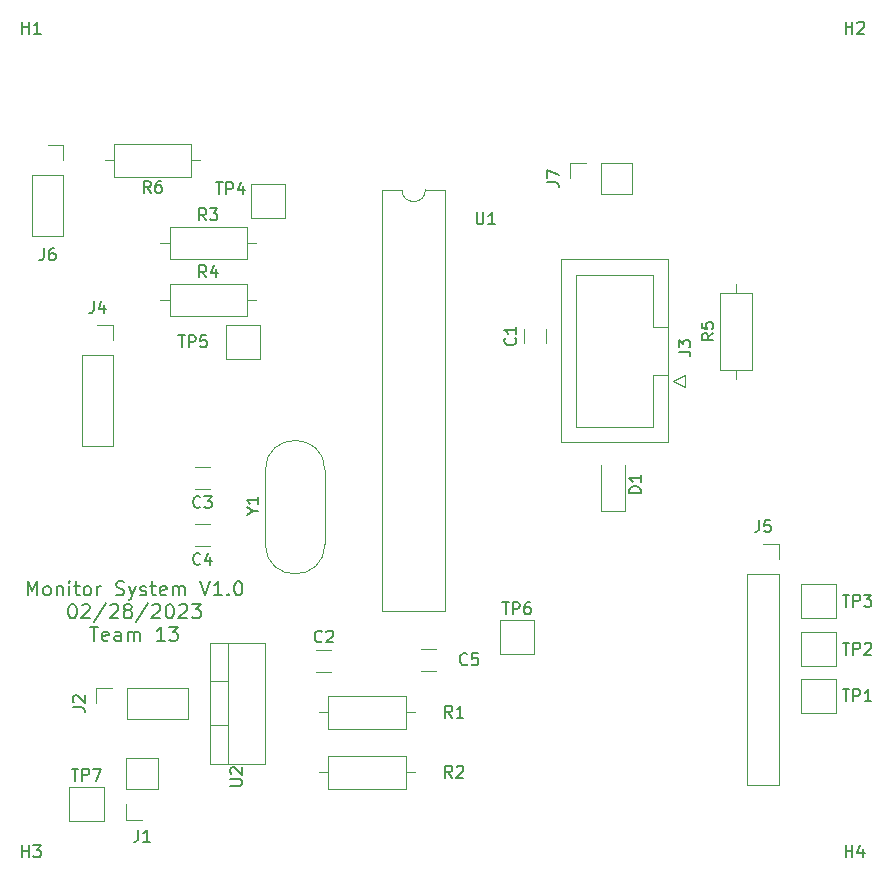
<source format=gto>
G04 #@! TF.GenerationSoftware,KiCad,Pcbnew,(6.0.10-0)*
G04 #@! TF.CreationDate,2023-03-01T17:49:14-06:00*
G04 #@! TF.ProjectId,monitor_subsystem,6d6f6e69-746f-4725-9f73-756273797374,rev?*
G04 #@! TF.SameCoordinates,Original*
G04 #@! TF.FileFunction,Legend,Top*
G04 #@! TF.FilePolarity,Positive*
%FSLAX46Y46*%
G04 Gerber Fmt 4.6, Leading zero omitted, Abs format (unit mm)*
G04 Created by KiCad (PCBNEW (6.0.10-0)) date 2023-03-01 17:49:14*
%MOMM*%
%LPD*%
G01*
G04 APERTURE LIST*
%ADD10C,0.200000*%
%ADD11C,0.150000*%
%ADD12C,0.120000*%
G04 APERTURE END LIST*
D10*
X127335857Y-115186857D02*
X127335857Y-113986857D01*
X127735857Y-114844000D01*
X128135857Y-113986857D01*
X128135857Y-115186857D01*
X128878714Y-115186857D02*
X128764428Y-115129714D01*
X128707285Y-115072571D01*
X128650142Y-114958285D01*
X128650142Y-114615428D01*
X128707285Y-114501142D01*
X128764428Y-114444000D01*
X128878714Y-114386857D01*
X129050142Y-114386857D01*
X129164428Y-114444000D01*
X129221571Y-114501142D01*
X129278714Y-114615428D01*
X129278714Y-114958285D01*
X129221571Y-115072571D01*
X129164428Y-115129714D01*
X129050142Y-115186857D01*
X128878714Y-115186857D01*
X129793000Y-114386857D02*
X129793000Y-115186857D01*
X129793000Y-114501142D02*
X129850142Y-114444000D01*
X129964428Y-114386857D01*
X130135857Y-114386857D01*
X130250142Y-114444000D01*
X130307285Y-114558285D01*
X130307285Y-115186857D01*
X130878714Y-115186857D02*
X130878714Y-114386857D01*
X130878714Y-113986857D02*
X130821571Y-114044000D01*
X130878714Y-114101142D01*
X130935857Y-114044000D01*
X130878714Y-113986857D01*
X130878714Y-114101142D01*
X131278714Y-114386857D02*
X131735857Y-114386857D01*
X131450142Y-113986857D02*
X131450142Y-115015428D01*
X131507285Y-115129714D01*
X131621571Y-115186857D01*
X131735857Y-115186857D01*
X132307285Y-115186857D02*
X132193000Y-115129714D01*
X132135857Y-115072571D01*
X132078714Y-114958285D01*
X132078714Y-114615428D01*
X132135857Y-114501142D01*
X132193000Y-114444000D01*
X132307285Y-114386857D01*
X132478714Y-114386857D01*
X132593000Y-114444000D01*
X132650142Y-114501142D01*
X132707285Y-114615428D01*
X132707285Y-114958285D01*
X132650142Y-115072571D01*
X132593000Y-115129714D01*
X132478714Y-115186857D01*
X132307285Y-115186857D01*
X133221571Y-115186857D02*
X133221571Y-114386857D01*
X133221571Y-114615428D02*
X133278714Y-114501142D01*
X133335857Y-114444000D01*
X133450142Y-114386857D01*
X133564428Y-114386857D01*
X134821571Y-115129714D02*
X134993000Y-115186857D01*
X135278714Y-115186857D01*
X135393000Y-115129714D01*
X135450142Y-115072571D01*
X135507285Y-114958285D01*
X135507285Y-114844000D01*
X135450142Y-114729714D01*
X135393000Y-114672571D01*
X135278714Y-114615428D01*
X135050142Y-114558285D01*
X134935857Y-114501142D01*
X134878714Y-114444000D01*
X134821571Y-114329714D01*
X134821571Y-114215428D01*
X134878714Y-114101142D01*
X134935857Y-114044000D01*
X135050142Y-113986857D01*
X135335857Y-113986857D01*
X135507285Y-114044000D01*
X135907285Y-114386857D02*
X136193000Y-115186857D01*
X136478714Y-114386857D02*
X136193000Y-115186857D01*
X136078714Y-115472571D01*
X136021571Y-115529714D01*
X135907285Y-115586857D01*
X136878714Y-115129714D02*
X136993000Y-115186857D01*
X137221571Y-115186857D01*
X137335857Y-115129714D01*
X137393000Y-115015428D01*
X137393000Y-114958285D01*
X137335857Y-114844000D01*
X137221571Y-114786857D01*
X137050142Y-114786857D01*
X136935857Y-114729714D01*
X136878714Y-114615428D01*
X136878714Y-114558285D01*
X136935857Y-114444000D01*
X137050142Y-114386857D01*
X137221571Y-114386857D01*
X137335857Y-114444000D01*
X137735857Y-114386857D02*
X138193000Y-114386857D01*
X137907285Y-113986857D02*
X137907285Y-115015428D01*
X137964428Y-115129714D01*
X138078714Y-115186857D01*
X138193000Y-115186857D01*
X139050142Y-115129714D02*
X138935857Y-115186857D01*
X138707285Y-115186857D01*
X138593000Y-115129714D01*
X138535857Y-115015428D01*
X138535857Y-114558285D01*
X138593000Y-114444000D01*
X138707285Y-114386857D01*
X138935857Y-114386857D01*
X139050142Y-114444000D01*
X139107285Y-114558285D01*
X139107285Y-114672571D01*
X138535857Y-114786857D01*
X139621571Y-115186857D02*
X139621571Y-114386857D01*
X139621571Y-114501142D02*
X139678714Y-114444000D01*
X139793000Y-114386857D01*
X139964428Y-114386857D01*
X140078714Y-114444000D01*
X140135857Y-114558285D01*
X140135857Y-115186857D01*
X140135857Y-114558285D02*
X140193000Y-114444000D01*
X140307285Y-114386857D01*
X140478714Y-114386857D01*
X140593000Y-114444000D01*
X140650142Y-114558285D01*
X140650142Y-115186857D01*
X141964428Y-113986857D02*
X142364428Y-115186857D01*
X142764428Y-113986857D01*
X143793000Y-115186857D02*
X143107285Y-115186857D01*
X143450142Y-115186857D02*
X143450142Y-113986857D01*
X143335857Y-114158285D01*
X143221571Y-114272571D01*
X143107285Y-114329714D01*
X144307285Y-115072571D02*
X144364428Y-115129714D01*
X144307285Y-115186857D01*
X144250142Y-115129714D01*
X144307285Y-115072571D01*
X144307285Y-115186857D01*
X145107285Y-113986857D02*
X145221571Y-113986857D01*
X145335857Y-114044000D01*
X145393000Y-114101142D01*
X145450142Y-114215428D01*
X145507285Y-114444000D01*
X145507285Y-114729714D01*
X145450142Y-114958285D01*
X145393000Y-115072571D01*
X145335857Y-115129714D01*
X145221571Y-115186857D01*
X145107285Y-115186857D01*
X144993000Y-115129714D01*
X144935857Y-115072571D01*
X144878714Y-114958285D01*
X144821571Y-114729714D01*
X144821571Y-114444000D01*
X144878714Y-114215428D01*
X144935857Y-114101142D01*
X144993000Y-114044000D01*
X145107285Y-113986857D01*
X131078714Y-115918857D02*
X131193000Y-115918857D01*
X131307285Y-115976000D01*
X131364428Y-116033142D01*
X131421571Y-116147428D01*
X131478714Y-116376000D01*
X131478714Y-116661714D01*
X131421571Y-116890285D01*
X131364428Y-117004571D01*
X131307285Y-117061714D01*
X131193000Y-117118857D01*
X131078714Y-117118857D01*
X130964428Y-117061714D01*
X130907285Y-117004571D01*
X130850142Y-116890285D01*
X130793000Y-116661714D01*
X130793000Y-116376000D01*
X130850142Y-116147428D01*
X130907285Y-116033142D01*
X130964428Y-115976000D01*
X131078714Y-115918857D01*
X131935857Y-116033142D02*
X131993000Y-115976000D01*
X132107285Y-115918857D01*
X132393000Y-115918857D01*
X132507285Y-115976000D01*
X132564428Y-116033142D01*
X132621571Y-116147428D01*
X132621571Y-116261714D01*
X132564428Y-116433142D01*
X131878714Y-117118857D01*
X132621571Y-117118857D01*
X133993000Y-115861714D02*
X132964428Y-117404571D01*
X134335857Y-116033142D02*
X134393000Y-115976000D01*
X134507285Y-115918857D01*
X134793000Y-115918857D01*
X134907285Y-115976000D01*
X134964428Y-116033142D01*
X135021571Y-116147428D01*
X135021571Y-116261714D01*
X134964428Y-116433142D01*
X134278714Y-117118857D01*
X135021571Y-117118857D01*
X135707285Y-116433142D02*
X135593000Y-116376000D01*
X135535857Y-116318857D01*
X135478714Y-116204571D01*
X135478714Y-116147428D01*
X135535857Y-116033142D01*
X135593000Y-115976000D01*
X135707285Y-115918857D01*
X135935857Y-115918857D01*
X136050142Y-115976000D01*
X136107285Y-116033142D01*
X136164428Y-116147428D01*
X136164428Y-116204571D01*
X136107285Y-116318857D01*
X136050142Y-116376000D01*
X135935857Y-116433142D01*
X135707285Y-116433142D01*
X135593000Y-116490285D01*
X135535857Y-116547428D01*
X135478714Y-116661714D01*
X135478714Y-116890285D01*
X135535857Y-117004571D01*
X135593000Y-117061714D01*
X135707285Y-117118857D01*
X135935857Y-117118857D01*
X136050142Y-117061714D01*
X136107285Y-117004571D01*
X136164428Y-116890285D01*
X136164428Y-116661714D01*
X136107285Y-116547428D01*
X136050142Y-116490285D01*
X135935857Y-116433142D01*
X137535857Y-115861714D02*
X136507285Y-117404571D01*
X137878714Y-116033142D02*
X137935857Y-115976000D01*
X138050142Y-115918857D01*
X138335857Y-115918857D01*
X138450142Y-115976000D01*
X138507285Y-116033142D01*
X138564428Y-116147428D01*
X138564428Y-116261714D01*
X138507285Y-116433142D01*
X137821571Y-117118857D01*
X138564428Y-117118857D01*
X139307285Y-115918857D02*
X139421571Y-115918857D01*
X139535857Y-115976000D01*
X139593000Y-116033142D01*
X139650142Y-116147428D01*
X139707285Y-116376000D01*
X139707285Y-116661714D01*
X139650142Y-116890285D01*
X139593000Y-117004571D01*
X139535857Y-117061714D01*
X139421571Y-117118857D01*
X139307285Y-117118857D01*
X139193000Y-117061714D01*
X139135857Y-117004571D01*
X139078714Y-116890285D01*
X139021571Y-116661714D01*
X139021571Y-116376000D01*
X139078714Y-116147428D01*
X139135857Y-116033142D01*
X139193000Y-115976000D01*
X139307285Y-115918857D01*
X140164428Y-116033142D02*
X140221571Y-115976000D01*
X140335857Y-115918857D01*
X140621571Y-115918857D01*
X140735857Y-115976000D01*
X140793000Y-116033142D01*
X140850142Y-116147428D01*
X140850142Y-116261714D01*
X140793000Y-116433142D01*
X140107285Y-117118857D01*
X140850142Y-117118857D01*
X141250142Y-115918857D02*
X141993000Y-115918857D01*
X141593000Y-116376000D01*
X141764428Y-116376000D01*
X141878714Y-116433142D01*
X141935857Y-116490285D01*
X141993000Y-116604571D01*
X141993000Y-116890285D01*
X141935857Y-117004571D01*
X141878714Y-117061714D01*
X141764428Y-117118857D01*
X141421571Y-117118857D01*
X141307285Y-117061714D01*
X141250142Y-117004571D01*
X132593000Y-117850857D02*
X133278714Y-117850857D01*
X132935857Y-119050857D02*
X132935857Y-117850857D01*
X134135857Y-118993714D02*
X134021571Y-119050857D01*
X133793000Y-119050857D01*
X133678714Y-118993714D01*
X133621571Y-118879428D01*
X133621571Y-118422285D01*
X133678714Y-118308000D01*
X133793000Y-118250857D01*
X134021571Y-118250857D01*
X134135857Y-118308000D01*
X134193000Y-118422285D01*
X134193000Y-118536571D01*
X133621571Y-118650857D01*
X135221571Y-119050857D02*
X135221571Y-118422285D01*
X135164428Y-118308000D01*
X135050142Y-118250857D01*
X134821571Y-118250857D01*
X134707285Y-118308000D01*
X135221571Y-118993714D02*
X135107285Y-119050857D01*
X134821571Y-119050857D01*
X134707285Y-118993714D01*
X134650142Y-118879428D01*
X134650142Y-118765142D01*
X134707285Y-118650857D01*
X134821571Y-118593714D01*
X135107285Y-118593714D01*
X135221571Y-118536571D01*
X135793000Y-119050857D02*
X135793000Y-118250857D01*
X135793000Y-118365142D02*
X135850142Y-118308000D01*
X135964428Y-118250857D01*
X136135857Y-118250857D01*
X136250142Y-118308000D01*
X136307285Y-118422285D01*
X136307285Y-119050857D01*
X136307285Y-118422285D02*
X136364428Y-118308000D01*
X136478714Y-118250857D01*
X136650142Y-118250857D01*
X136764428Y-118308000D01*
X136821571Y-118422285D01*
X136821571Y-119050857D01*
X138935857Y-119050857D02*
X138250142Y-119050857D01*
X138593000Y-119050857D02*
X138593000Y-117850857D01*
X138478714Y-118022285D01*
X138364428Y-118136571D01*
X138250142Y-118193714D01*
X139335857Y-117850857D02*
X140078714Y-117850857D01*
X139678714Y-118308000D01*
X139850142Y-118308000D01*
X139964428Y-118365142D01*
X140021571Y-118422285D01*
X140078714Y-118536571D01*
X140078714Y-118822285D01*
X140021571Y-118936571D01*
X139964428Y-118993714D01*
X139850142Y-119050857D01*
X139507285Y-119050857D01*
X139393000Y-118993714D01*
X139335857Y-118936571D01*
D11*
X163277333Y-125537380D02*
X162944000Y-125061190D01*
X162705904Y-125537380D02*
X162705904Y-124537380D01*
X163086857Y-124537380D01*
X163182095Y-124585000D01*
X163229714Y-124632619D01*
X163277333Y-124727857D01*
X163277333Y-124870714D01*
X163229714Y-124965952D01*
X163182095Y-125013571D01*
X163086857Y-125061190D01*
X162705904Y-125061190D01*
X164229714Y-125537380D02*
X163658285Y-125537380D01*
X163944000Y-125537380D02*
X163944000Y-124537380D01*
X163848761Y-124680238D01*
X163753523Y-124775476D01*
X163658285Y-124823095D01*
X143264095Y-80224380D02*
X143835523Y-80224380D01*
X143549809Y-81224380D02*
X143549809Y-80224380D01*
X144168857Y-81224380D02*
X144168857Y-80224380D01*
X144549809Y-80224380D01*
X144645047Y-80272000D01*
X144692666Y-80319619D01*
X144740285Y-80414857D01*
X144740285Y-80557714D01*
X144692666Y-80652952D01*
X144645047Y-80700571D01*
X144549809Y-80748190D01*
X144168857Y-80748190D01*
X145597428Y-80557714D02*
X145597428Y-81224380D01*
X145359333Y-80176761D02*
X145121238Y-80891047D01*
X145740285Y-80891047D01*
X131067095Y-129871380D02*
X131638523Y-129871380D01*
X131352809Y-130871380D02*
X131352809Y-129871380D01*
X131971857Y-130871380D02*
X131971857Y-129871380D01*
X132352809Y-129871380D01*
X132448047Y-129919000D01*
X132495666Y-129966619D01*
X132543285Y-130061857D01*
X132543285Y-130204714D01*
X132495666Y-130299952D01*
X132448047Y-130347571D01*
X132352809Y-130395190D01*
X131971857Y-130395190D01*
X132876619Y-129871380D02*
X133543285Y-129871380D01*
X133114714Y-130871380D01*
X171307380Y-80216333D02*
X172021666Y-80216333D01*
X172164523Y-80263952D01*
X172259761Y-80359190D01*
X172307380Y-80502047D01*
X172307380Y-80597285D01*
X171307380Y-79835380D02*
X171307380Y-79168714D01*
X172307380Y-79597285D01*
X196345095Y-123140380D02*
X196916523Y-123140380D01*
X196630809Y-124140380D02*
X196630809Y-123140380D01*
X197249857Y-124140380D02*
X197249857Y-123140380D01*
X197630809Y-123140380D01*
X197726047Y-123188000D01*
X197773666Y-123235619D01*
X197821285Y-123330857D01*
X197821285Y-123473714D01*
X197773666Y-123568952D01*
X197726047Y-123616571D01*
X197630809Y-123664190D01*
X197249857Y-123664190D01*
X198773666Y-124140380D02*
X198202238Y-124140380D01*
X198487952Y-124140380D02*
X198487952Y-123140380D01*
X198392714Y-123283238D01*
X198297476Y-123378476D01*
X198202238Y-123426095D01*
X189272666Y-108813380D02*
X189272666Y-109527666D01*
X189225047Y-109670523D01*
X189129809Y-109765761D01*
X188986952Y-109813380D01*
X188891714Y-109813380D01*
X190225047Y-108813380D02*
X189748857Y-108813380D01*
X189701238Y-109289571D01*
X189748857Y-109241952D01*
X189844095Y-109194333D01*
X190082190Y-109194333D01*
X190177428Y-109241952D01*
X190225047Y-109289571D01*
X190272666Y-109384809D01*
X190272666Y-109622904D01*
X190225047Y-109718142D01*
X190177428Y-109765761D01*
X190082190Y-109813380D01*
X189844095Y-109813380D01*
X189748857Y-109765761D01*
X189701238Y-109718142D01*
X165354095Y-82764380D02*
X165354095Y-83573904D01*
X165401714Y-83669142D01*
X165449333Y-83716761D01*
X165544571Y-83764380D01*
X165735047Y-83764380D01*
X165830285Y-83716761D01*
X165877904Y-83669142D01*
X165925523Y-83573904D01*
X165925523Y-82764380D01*
X166925523Y-83764380D02*
X166354095Y-83764380D01*
X166639809Y-83764380D02*
X166639809Y-82764380D01*
X166544571Y-82907238D01*
X166449333Y-83002476D01*
X166354095Y-83050095D01*
X144481380Y-131307904D02*
X145290904Y-131307904D01*
X145386142Y-131260285D01*
X145433761Y-131212666D01*
X145481380Y-131117428D01*
X145481380Y-130926952D01*
X145433761Y-130831714D01*
X145386142Y-130784095D01*
X145290904Y-130736476D01*
X144481380Y-130736476D01*
X144576619Y-130307904D02*
X144529000Y-130260285D01*
X144481380Y-130165047D01*
X144481380Y-129926952D01*
X144529000Y-129831714D01*
X144576619Y-129784095D01*
X144671857Y-129736476D01*
X144767095Y-129736476D01*
X144909952Y-129784095D01*
X145481380Y-130355523D01*
X145481380Y-129736476D01*
X196596095Y-137349380D02*
X196596095Y-136349380D01*
X196596095Y-136825571D02*
X197167523Y-136825571D01*
X197167523Y-137349380D02*
X197167523Y-136349380D01*
X198072285Y-136682714D02*
X198072285Y-137349380D01*
X197834190Y-136301761D02*
X197596095Y-137016047D01*
X198215142Y-137016047D01*
X128698666Y-85812380D02*
X128698666Y-86526666D01*
X128651047Y-86669523D01*
X128555809Y-86764761D01*
X128412952Y-86812380D01*
X128317714Y-86812380D01*
X129603428Y-85812380D02*
X129412952Y-85812380D01*
X129317714Y-85860000D01*
X129270095Y-85907619D01*
X129174857Y-86050476D01*
X129127238Y-86240952D01*
X129127238Y-86621904D01*
X129174857Y-86717142D01*
X129222476Y-86764761D01*
X129317714Y-86812380D01*
X129508190Y-86812380D01*
X129603428Y-86764761D01*
X129651047Y-86717142D01*
X129698666Y-86621904D01*
X129698666Y-86383809D01*
X129651047Y-86288571D01*
X129603428Y-86240952D01*
X129508190Y-86193333D01*
X129317714Y-86193333D01*
X129222476Y-86240952D01*
X129174857Y-86288571D01*
X129127238Y-86383809D01*
X164547333Y-120997142D02*
X164499714Y-121044761D01*
X164356857Y-121092380D01*
X164261619Y-121092380D01*
X164118761Y-121044761D01*
X164023523Y-120949523D01*
X163975904Y-120854285D01*
X163928285Y-120663809D01*
X163928285Y-120520952D01*
X163975904Y-120330476D01*
X164023523Y-120235238D01*
X164118761Y-120140000D01*
X164261619Y-120092380D01*
X164356857Y-120092380D01*
X164499714Y-120140000D01*
X164547333Y-120187619D01*
X165452095Y-120092380D02*
X164975904Y-120092380D01*
X164928285Y-120568571D01*
X164975904Y-120520952D01*
X165071142Y-120473333D01*
X165309238Y-120473333D01*
X165404476Y-120520952D01*
X165452095Y-120568571D01*
X165499714Y-120663809D01*
X165499714Y-120901904D01*
X165452095Y-120997142D01*
X165404476Y-121044761D01*
X165309238Y-121092380D01*
X165071142Y-121092380D01*
X164975904Y-121044761D01*
X164928285Y-120997142D01*
X168609142Y-93394666D02*
X168656761Y-93442285D01*
X168704380Y-93585142D01*
X168704380Y-93680380D01*
X168656761Y-93823238D01*
X168561523Y-93918476D01*
X168466285Y-93966095D01*
X168275809Y-94013714D01*
X168132952Y-94013714D01*
X167942476Y-93966095D01*
X167847238Y-93918476D01*
X167752000Y-93823238D01*
X167704380Y-93680380D01*
X167704380Y-93585142D01*
X167752000Y-93442285D01*
X167799619Y-93394666D01*
X168704380Y-92442285D02*
X168704380Y-93013714D01*
X168704380Y-92728000D02*
X167704380Y-92728000D01*
X167847238Y-92823238D01*
X167942476Y-92918476D01*
X167990095Y-93013714D01*
X141961333Y-112506142D02*
X141913714Y-112553761D01*
X141770857Y-112601380D01*
X141675619Y-112601380D01*
X141532761Y-112553761D01*
X141437523Y-112458523D01*
X141389904Y-112363285D01*
X141342285Y-112172809D01*
X141342285Y-112029952D01*
X141389904Y-111839476D01*
X141437523Y-111744238D01*
X141532761Y-111649000D01*
X141675619Y-111601380D01*
X141770857Y-111601380D01*
X141913714Y-111649000D01*
X141961333Y-111696619D01*
X142818476Y-111934714D02*
X142818476Y-112601380D01*
X142580380Y-111553761D02*
X142342285Y-112268047D01*
X142961333Y-112268047D01*
X152248333Y-119074142D02*
X152200714Y-119121761D01*
X152057857Y-119169380D01*
X151962619Y-119169380D01*
X151819761Y-119121761D01*
X151724523Y-119026523D01*
X151676904Y-118931285D01*
X151629285Y-118740809D01*
X151629285Y-118597952D01*
X151676904Y-118407476D01*
X151724523Y-118312238D01*
X151819761Y-118217000D01*
X151962619Y-118169380D01*
X152057857Y-118169380D01*
X152200714Y-118217000D01*
X152248333Y-118264619D01*
X152629285Y-118264619D02*
X152676904Y-118217000D01*
X152772142Y-118169380D01*
X153010238Y-118169380D01*
X153105476Y-118217000D01*
X153153095Y-118264619D01*
X153200714Y-118359857D01*
X153200714Y-118455095D01*
X153153095Y-118597952D01*
X152581666Y-119169380D01*
X153200714Y-119169380D01*
X196596095Y-67626380D02*
X196596095Y-66626380D01*
X196596095Y-67102571D02*
X197167523Y-67102571D01*
X197167523Y-67626380D02*
X197167523Y-66626380D01*
X197596095Y-66721619D02*
X197643714Y-66674000D01*
X197738952Y-66626380D01*
X197977047Y-66626380D01*
X198072285Y-66674000D01*
X198119904Y-66721619D01*
X198167523Y-66816857D01*
X198167523Y-66912095D01*
X198119904Y-67054952D01*
X197548476Y-67626380D01*
X198167523Y-67626380D01*
X126873095Y-67626380D02*
X126873095Y-66626380D01*
X126873095Y-67102571D02*
X127444523Y-67102571D01*
X127444523Y-67626380D02*
X127444523Y-66626380D01*
X128444523Y-67626380D02*
X127873095Y-67626380D01*
X128158809Y-67626380D02*
X128158809Y-66626380D01*
X128063571Y-66769238D01*
X127968333Y-66864476D01*
X127873095Y-66912095D01*
X179263380Y-106518095D02*
X178263380Y-106518095D01*
X178263380Y-106280000D01*
X178311000Y-106137142D01*
X178406238Y-106041904D01*
X178501476Y-105994285D01*
X178691952Y-105946666D01*
X178834809Y-105946666D01*
X179025285Y-105994285D01*
X179120523Y-106041904D01*
X179215761Y-106137142D01*
X179263380Y-106280000D01*
X179263380Y-106518095D01*
X179263380Y-104994285D02*
X179263380Y-105565714D01*
X179263380Y-105280000D02*
X178263380Y-105280000D01*
X178406238Y-105375238D01*
X178501476Y-105470476D01*
X178549095Y-105565714D01*
X182454380Y-94557333D02*
X183168666Y-94557333D01*
X183311523Y-94604952D01*
X183406761Y-94700190D01*
X183454380Y-94843047D01*
X183454380Y-94938285D01*
X182454380Y-94176380D02*
X182454380Y-93557333D01*
X182835333Y-93890666D01*
X182835333Y-93747809D01*
X182882952Y-93652571D01*
X182930571Y-93604952D01*
X183025809Y-93557333D01*
X183263904Y-93557333D01*
X183359142Y-93604952D01*
X183406761Y-93652571D01*
X183454380Y-93747809D01*
X183454380Y-94033523D01*
X183406761Y-94128761D01*
X183359142Y-94176380D01*
X196345095Y-119203380D02*
X196916523Y-119203380D01*
X196630809Y-120203380D02*
X196630809Y-119203380D01*
X197249857Y-120203380D02*
X197249857Y-119203380D01*
X197630809Y-119203380D01*
X197726047Y-119251000D01*
X197773666Y-119298619D01*
X197821285Y-119393857D01*
X197821285Y-119536714D01*
X197773666Y-119631952D01*
X197726047Y-119679571D01*
X197630809Y-119727190D01*
X197249857Y-119727190D01*
X198202238Y-119298619D02*
X198249857Y-119251000D01*
X198345095Y-119203380D01*
X198583190Y-119203380D01*
X198678428Y-119251000D01*
X198726047Y-119298619D01*
X198773666Y-119393857D01*
X198773666Y-119489095D01*
X198726047Y-119631952D01*
X198154619Y-120203380D01*
X198773666Y-120203380D01*
X137755333Y-81097380D02*
X137422000Y-80621190D01*
X137183904Y-81097380D02*
X137183904Y-80097380D01*
X137564857Y-80097380D01*
X137660095Y-80145000D01*
X137707714Y-80192619D01*
X137755333Y-80287857D01*
X137755333Y-80430714D01*
X137707714Y-80525952D01*
X137660095Y-80573571D01*
X137564857Y-80621190D01*
X137183904Y-80621190D01*
X138612476Y-80097380D02*
X138422000Y-80097380D01*
X138326761Y-80145000D01*
X138279142Y-80192619D01*
X138183904Y-80335476D01*
X138136285Y-80525952D01*
X138136285Y-80906904D01*
X138183904Y-81002142D01*
X138231523Y-81049761D01*
X138326761Y-81097380D01*
X138517238Y-81097380D01*
X138612476Y-81049761D01*
X138660095Y-81002142D01*
X138707714Y-80906904D01*
X138707714Y-80668809D01*
X138660095Y-80573571D01*
X138612476Y-80525952D01*
X138517238Y-80478333D01*
X138326761Y-80478333D01*
X138231523Y-80525952D01*
X138183904Y-80573571D01*
X138136285Y-80668809D01*
X142454333Y-88252380D02*
X142121000Y-87776190D01*
X141882904Y-88252380D02*
X141882904Y-87252380D01*
X142263857Y-87252380D01*
X142359095Y-87300000D01*
X142406714Y-87347619D01*
X142454333Y-87442857D01*
X142454333Y-87585714D01*
X142406714Y-87680952D01*
X142359095Y-87728571D01*
X142263857Y-87776190D01*
X141882904Y-87776190D01*
X143311476Y-87585714D02*
X143311476Y-88252380D01*
X143073380Y-87204761D02*
X142835285Y-87919047D01*
X143454333Y-87919047D01*
X136694666Y-135054380D02*
X136694666Y-135768666D01*
X136647047Y-135911523D01*
X136551809Y-136006761D01*
X136408952Y-136054380D01*
X136313714Y-136054380D01*
X137694666Y-136054380D02*
X137123238Y-136054380D01*
X137408952Y-136054380D02*
X137408952Y-135054380D01*
X137313714Y-135197238D01*
X137218476Y-135292476D01*
X137123238Y-135340095D01*
X132914666Y-90281380D02*
X132914666Y-90995666D01*
X132867047Y-91138523D01*
X132771809Y-91233761D01*
X132628952Y-91281380D01*
X132533714Y-91281380D01*
X133819428Y-90614714D02*
X133819428Y-91281380D01*
X133581333Y-90233761D02*
X133343238Y-90948047D01*
X133962285Y-90948047D01*
X185402380Y-92993666D02*
X184926190Y-93327000D01*
X185402380Y-93565095D02*
X184402380Y-93565095D01*
X184402380Y-93184142D01*
X184450000Y-93088904D01*
X184497619Y-93041285D01*
X184592857Y-92993666D01*
X184735714Y-92993666D01*
X184830952Y-93041285D01*
X184878571Y-93088904D01*
X184926190Y-93184142D01*
X184926190Y-93565095D01*
X184402380Y-92088904D02*
X184402380Y-92565095D01*
X184878571Y-92612714D01*
X184830952Y-92565095D01*
X184783333Y-92469857D01*
X184783333Y-92231761D01*
X184830952Y-92136523D01*
X184878571Y-92088904D01*
X184973809Y-92041285D01*
X185211904Y-92041285D01*
X185307142Y-92088904D01*
X185354761Y-92136523D01*
X185402380Y-92231761D01*
X185402380Y-92469857D01*
X185354761Y-92565095D01*
X185307142Y-92612714D01*
X196345095Y-115139380D02*
X196916523Y-115139380D01*
X196630809Y-116139380D02*
X196630809Y-115139380D01*
X197249857Y-116139380D02*
X197249857Y-115139380D01*
X197630809Y-115139380D01*
X197726047Y-115187000D01*
X197773666Y-115234619D01*
X197821285Y-115329857D01*
X197821285Y-115472714D01*
X197773666Y-115567952D01*
X197726047Y-115615571D01*
X197630809Y-115663190D01*
X197249857Y-115663190D01*
X198154619Y-115139380D02*
X198773666Y-115139380D01*
X198440333Y-115520333D01*
X198583190Y-115520333D01*
X198678428Y-115567952D01*
X198726047Y-115615571D01*
X198773666Y-115710809D01*
X198773666Y-115948904D01*
X198726047Y-116044142D01*
X198678428Y-116091761D01*
X198583190Y-116139380D01*
X198297476Y-116139380D01*
X198202238Y-116091761D01*
X198154619Y-116044142D01*
X131170380Y-124656333D02*
X131884666Y-124656333D01*
X132027523Y-124703952D01*
X132122761Y-124799190D01*
X132170380Y-124942047D01*
X132170380Y-125037285D01*
X131265619Y-124227761D02*
X131218000Y-124180142D01*
X131170380Y-124084904D01*
X131170380Y-123846809D01*
X131218000Y-123751571D01*
X131265619Y-123703952D01*
X131360857Y-123656333D01*
X131456095Y-123656333D01*
X131598952Y-123703952D01*
X132170380Y-124275380D01*
X132170380Y-123656333D01*
X167516095Y-115774380D02*
X168087523Y-115774380D01*
X167801809Y-116774380D02*
X167801809Y-115774380D01*
X168420857Y-116774380D02*
X168420857Y-115774380D01*
X168801809Y-115774380D01*
X168897047Y-115822000D01*
X168944666Y-115869619D01*
X168992285Y-115964857D01*
X168992285Y-116107714D01*
X168944666Y-116202952D01*
X168897047Y-116250571D01*
X168801809Y-116298190D01*
X168420857Y-116298190D01*
X169849428Y-115774380D02*
X169658952Y-115774380D01*
X169563714Y-115822000D01*
X169516095Y-115869619D01*
X169420857Y-116012476D01*
X169373238Y-116202952D01*
X169373238Y-116583904D01*
X169420857Y-116679142D01*
X169468476Y-116726761D01*
X169563714Y-116774380D01*
X169754190Y-116774380D01*
X169849428Y-116726761D01*
X169897047Y-116679142D01*
X169944666Y-116583904D01*
X169944666Y-116345809D01*
X169897047Y-116250571D01*
X169849428Y-116202952D01*
X169754190Y-116155333D01*
X169563714Y-116155333D01*
X169468476Y-116202952D01*
X169420857Y-116250571D01*
X169373238Y-116345809D01*
X146402190Y-108035190D02*
X146878380Y-108035190D01*
X145878380Y-108368523D02*
X146402190Y-108035190D01*
X145878380Y-107701857D01*
X146878380Y-106844714D02*
X146878380Y-107416142D01*
X146878380Y-107130428D02*
X145878380Y-107130428D01*
X146021238Y-107225666D01*
X146116476Y-107320904D01*
X146164095Y-107416142D01*
X163277333Y-130617380D02*
X162944000Y-130141190D01*
X162705904Y-130617380D02*
X162705904Y-129617380D01*
X163086857Y-129617380D01*
X163182095Y-129665000D01*
X163229714Y-129712619D01*
X163277333Y-129807857D01*
X163277333Y-129950714D01*
X163229714Y-130045952D01*
X163182095Y-130093571D01*
X163086857Y-130141190D01*
X162705904Y-130141190D01*
X163658285Y-129712619D02*
X163705904Y-129665000D01*
X163801142Y-129617380D01*
X164039238Y-129617380D01*
X164134476Y-129665000D01*
X164182095Y-129712619D01*
X164229714Y-129807857D01*
X164229714Y-129903095D01*
X164182095Y-130045952D01*
X163610666Y-130617380D01*
X164229714Y-130617380D01*
X140089095Y-93178380D02*
X140660523Y-93178380D01*
X140374809Y-94178380D02*
X140374809Y-93178380D01*
X140993857Y-94178380D02*
X140993857Y-93178380D01*
X141374809Y-93178380D01*
X141470047Y-93226000D01*
X141517666Y-93273619D01*
X141565285Y-93368857D01*
X141565285Y-93511714D01*
X141517666Y-93606952D01*
X141470047Y-93654571D01*
X141374809Y-93702190D01*
X140993857Y-93702190D01*
X142470047Y-93178380D02*
X141993857Y-93178380D01*
X141946238Y-93654571D01*
X141993857Y-93606952D01*
X142089095Y-93559333D01*
X142327190Y-93559333D01*
X142422428Y-93606952D01*
X142470047Y-93654571D01*
X142517666Y-93749809D01*
X142517666Y-93987904D01*
X142470047Y-94083142D01*
X142422428Y-94130761D01*
X142327190Y-94178380D01*
X142089095Y-94178380D01*
X141993857Y-94130761D01*
X141946238Y-94083142D01*
X142454333Y-83426380D02*
X142121000Y-82950190D01*
X141882904Y-83426380D02*
X141882904Y-82426380D01*
X142263857Y-82426380D01*
X142359095Y-82474000D01*
X142406714Y-82521619D01*
X142454333Y-82616857D01*
X142454333Y-82759714D01*
X142406714Y-82854952D01*
X142359095Y-82902571D01*
X142263857Y-82950190D01*
X141882904Y-82950190D01*
X142787666Y-82426380D02*
X143406714Y-82426380D01*
X143073380Y-82807333D01*
X143216238Y-82807333D01*
X143311476Y-82854952D01*
X143359095Y-82902571D01*
X143406714Y-82997809D01*
X143406714Y-83235904D01*
X143359095Y-83331142D01*
X143311476Y-83378761D01*
X143216238Y-83426380D01*
X142930523Y-83426380D01*
X142835285Y-83378761D01*
X142787666Y-83331142D01*
X141961333Y-107680142D02*
X141913714Y-107727761D01*
X141770857Y-107775380D01*
X141675619Y-107775380D01*
X141532761Y-107727761D01*
X141437523Y-107632523D01*
X141389904Y-107537285D01*
X141342285Y-107346809D01*
X141342285Y-107203952D01*
X141389904Y-107013476D01*
X141437523Y-106918238D01*
X141532761Y-106823000D01*
X141675619Y-106775380D01*
X141770857Y-106775380D01*
X141913714Y-106823000D01*
X141961333Y-106870619D01*
X142294666Y-106775380D02*
X142913714Y-106775380D01*
X142580380Y-107156333D01*
X142723238Y-107156333D01*
X142818476Y-107203952D01*
X142866095Y-107251571D01*
X142913714Y-107346809D01*
X142913714Y-107584904D01*
X142866095Y-107680142D01*
X142818476Y-107727761D01*
X142723238Y-107775380D01*
X142437523Y-107775380D01*
X142342285Y-107727761D01*
X142294666Y-107680142D01*
X126873095Y-137349380D02*
X126873095Y-136349380D01*
X126873095Y-136825571D02*
X127444523Y-136825571D01*
X127444523Y-137349380D02*
X127444523Y-136349380D01*
X127825476Y-136349380D02*
X128444523Y-136349380D01*
X128111190Y-136730333D01*
X128254047Y-136730333D01*
X128349285Y-136777952D01*
X128396904Y-136825571D01*
X128444523Y-136920809D01*
X128444523Y-137158904D01*
X128396904Y-137254142D01*
X128349285Y-137301761D01*
X128254047Y-137349380D01*
X127968333Y-137349380D01*
X127873095Y-137301761D01*
X127825476Y-137254142D01*
D12*
X159348000Y-123715000D02*
X152808000Y-123715000D01*
X152808000Y-123715000D02*
X152808000Y-126455000D01*
X159348000Y-126455000D02*
X159348000Y-123715000D01*
X152038000Y-125085000D02*
X152808000Y-125085000D01*
X152808000Y-126455000D02*
X159348000Y-126455000D01*
X160118000Y-125085000D02*
X159348000Y-125085000D01*
X149151000Y-83238000D02*
X146251000Y-83238000D01*
X146251000Y-83238000D02*
X146251000Y-80338000D01*
X149151000Y-80338000D02*
X149151000Y-83238000D01*
X146251000Y-80338000D02*
X149151000Y-80338000D01*
X133779000Y-131382000D02*
X133779000Y-134282000D01*
X130879000Y-131382000D02*
X133779000Y-131382000D01*
X133779000Y-134282000D02*
X130879000Y-134282000D01*
X130879000Y-134282000D02*
X130879000Y-131382000D01*
X178495000Y-81213000D02*
X178495000Y-78553000D01*
X173295000Y-79883000D02*
X173295000Y-78553000D01*
X173295000Y-78553000D02*
X174625000Y-78553000D01*
X175895000Y-78553000D02*
X178495000Y-78553000D01*
X175895000Y-81213000D02*
X178495000Y-81213000D01*
X175895000Y-81213000D02*
X175895000Y-78553000D01*
X195755000Y-125138000D02*
X192855000Y-125138000D01*
X195755000Y-122238000D02*
X195755000Y-125138000D01*
X192855000Y-125138000D02*
X192855000Y-122238000D01*
X192855000Y-122238000D02*
X195755000Y-122238000D01*
X188276000Y-131241000D02*
X190936000Y-131241000D01*
X190936000Y-110801000D02*
X190936000Y-112131000D01*
X188276000Y-113401000D02*
X188276000Y-131241000D01*
X189606000Y-110801000D02*
X190936000Y-110801000D01*
X188276000Y-113401000D02*
X190936000Y-113401000D01*
X190936000Y-113401000D02*
X190936000Y-131241000D01*
X162675000Y-116519000D02*
X162675000Y-80839000D01*
X162675000Y-80839000D02*
X161025000Y-80839000D01*
X157375000Y-80839000D02*
X157375000Y-116519000D01*
X157375000Y-116519000D02*
X162675000Y-116519000D01*
X159025000Y-80839000D02*
X157375000Y-80839000D01*
X159025000Y-80839000D02*
G75*
G03*
X161025000Y-80839000I1000000J0D01*
G01*
X142775000Y-126173000D02*
X144285000Y-126173000D01*
X142775000Y-129443000D02*
X147416000Y-129443000D01*
X144285000Y-129443000D02*
X144285000Y-119203000D01*
X142775000Y-129443000D02*
X142775000Y-119203000D01*
X142775000Y-122472000D02*
X144285000Y-122472000D01*
X142775000Y-119203000D02*
X147416000Y-119203000D01*
X147416000Y-129443000D02*
X147416000Y-119203000D01*
X129032000Y-77029000D02*
X130362000Y-77029000D01*
X130362000Y-79629000D02*
X130362000Y-84769000D01*
X127702000Y-84769000D02*
X130362000Y-84769000D01*
X127702000Y-79629000D02*
X130362000Y-79629000D01*
X130362000Y-77029000D02*
X130362000Y-78359000D01*
X127702000Y-79629000D02*
X127702000Y-84769000D01*
X160636000Y-121560000D02*
X161894000Y-121560000D01*
X160636000Y-119720000D02*
X161894000Y-119720000D01*
X169382000Y-93857000D02*
X169382000Y-92599000D01*
X171222000Y-93857000D02*
X171222000Y-92599000D01*
X142757000Y-111019000D02*
X141499000Y-111019000D01*
X142757000Y-109179000D02*
X141499000Y-109179000D01*
X151786000Y-121687000D02*
X153044000Y-121687000D01*
X151786000Y-119847000D02*
X153044000Y-119847000D01*
X177906000Y-108030000D02*
X177906000Y-104130000D01*
X175906000Y-108030000D02*
X175906000Y-104130000D01*
X175906000Y-108030000D02*
X177906000Y-108030000D01*
X173773500Y-88033000D02*
X180273500Y-88033000D01*
X173773500Y-100933000D02*
X173773500Y-88033000D01*
X180273500Y-88033000D02*
X180273500Y-92433000D01*
X180273500Y-92433000D02*
X181583500Y-92433000D01*
X172463500Y-102233000D02*
X172463500Y-86733000D01*
X180273500Y-96533000D02*
X180273500Y-100933000D01*
X181583500Y-102233000D02*
X172463500Y-102233000D01*
X180273500Y-100933000D02*
X173773500Y-100933000D01*
X182973500Y-97523000D02*
X182973500Y-96523000D01*
X181583500Y-86733000D02*
X181583500Y-102233000D01*
X182973500Y-96523000D02*
X181973500Y-97023000D01*
X181583500Y-96533000D02*
X180273500Y-96533000D01*
X180273500Y-92433000D02*
X180273500Y-92433000D01*
X181973500Y-97023000D02*
X182973500Y-97523000D01*
X172463500Y-86733000D02*
X181583500Y-86733000D01*
X192855000Y-118301000D02*
X195755000Y-118301000D01*
X195755000Y-118301000D02*
X195755000Y-121201000D01*
X192855000Y-121201000D02*
X192855000Y-118301000D01*
X195755000Y-121201000D02*
X192855000Y-121201000D01*
X134652000Y-79729000D02*
X141192000Y-79729000D01*
X141962000Y-78359000D02*
X141192000Y-78359000D01*
X133882000Y-78359000D02*
X134652000Y-78359000D01*
X141192000Y-79729000D02*
X141192000Y-76989000D01*
X134652000Y-76989000D02*
X134652000Y-79729000D01*
X141192000Y-76989000D02*
X134652000Y-76989000D01*
X145891000Y-88800000D02*
X139351000Y-88800000D01*
X139351000Y-91540000D02*
X145891000Y-91540000D01*
X138581000Y-90170000D02*
X139351000Y-90170000D01*
X139351000Y-88800000D02*
X139351000Y-91540000D01*
X145891000Y-91540000D02*
X145891000Y-88800000D01*
X146661000Y-90170000D02*
X145891000Y-90170000D01*
X138358000Y-131562000D02*
X138358000Y-128962000D01*
X135698000Y-134162000D02*
X135698000Y-132832000D01*
X135698000Y-131562000D02*
X135698000Y-128962000D01*
X138358000Y-131562000D02*
X135698000Y-131562000D01*
X138358000Y-128962000D02*
X135698000Y-128962000D01*
X137028000Y-134162000D02*
X135698000Y-134162000D01*
X134578000Y-92269000D02*
X134578000Y-93599000D01*
X131918000Y-94869000D02*
X131918000Y-102549000D01*
X131918000Y-94869000D02*
X134578000Y-94869000D01*
X131918000Y-102549000D02*
X134578000Y-102549000D01*
X134578000Y-94869000D02*
X134578000Y-102549000D01*
X133248000Y-92269000D02*
X134578000Y-92269000D01*
X185950000Y-96097000D02*
X188690000Y-96097000D01*
X187320000Y-96867000D02*
X187320000Y-96097000D01*
X188690000Y-96097000D02*
X188690000Y-89557000D01*
X185950000Y-89557000D02*
X185950000Y-96097000D01*
X187320000Y-88787000D02*
X187320000Y-89557000D01*
X188690000Y-89557000D02*
X185950000Y-89557000D01*
X195755000Y-117137000D02*
X192855000Y-117137000D01*
X192855000Y-114237000D02*
X195755000Y-114237000D01*
X195755000Y-114237000D02*
X195755000Y-117137000D01*
X192855000Y-117137000D02*
X192855000Y-114237000D01*
X135758000Y-125653000D02*
X135758000Y-122993000D01*
X135758000Y-125653000D02*
X140898000Y-125653000D01*
X140898000Y-125653000D02*
X140898000Y-122993000D01*
X135758000Y-122993000D02*
X140898000Y-122993000D01*
X133158000Y-122993000D02*
X134488000Y-122993000D01*
X133158000Y-124323000D02*
X133158000Y-122993000D01*
X167328000Y-117285000D02*
X170228000Y-117285000D01*
X170228000Y-120185000D02*
X167328000Y-120185000D01*
X167328000Y-120185000D02*
X167328000Y-117285000D01*
X170228000Y-117285000D02*
X170228000Y-120185000D01*
X152507000Y-104588000D02*
X152507000Y-110838000D01*
X147457000Y-104588000D02*
X147457000Y-110838000D01*
X152507000Y-104588000D02*
G75*
G03*
X147457000Y-104588000I-2525000J0D01*
G01*
X147457000Y-110838000D02*
G75*
G03*
X152507000Y-110838000I2525000J0D01*
G01*
X160118000Y-130165000D02*
X159348000Y-130165000D01*
X152038000Y-130165000D02*
X152808000Y-130165000D01*
X159348000Y-131535000D02*
X159348000Y-128795000D01*
X152808000Y-131535000D02*
X159348000Y-131535000D01*
X159348000Y-128795000D02*
X152808000Y-128795000D01*
X152808000Y-128795000D02*
X152808000Y-131535000D01*
X144092000Y-92276000D02*
X146992000Y-92276000D01*
X144092000Y-95176000D02*
X144092000Y-92276000D01*
X146992000Y-95176000D02*
X144092000Y-95176000D01*
X146992000Y-92276000D02*
X146992000Y-95176000D01*
X145891000Y-86714000D02*
X145891000Y-83974000D01*
X146661000Y-85344000D02*
X145891000Y-85344000D01*
X139351000Y-83974000D02*
X139351000Y-86714000D01*
X138581000Y-85344000D02*
X139351000Y-85344000D01*
X145891000Y-83974000D02*
X139351000Y-83974000D01*
X139351000Y-86714000D02*
X145891000Y-86714000D01*
X142757000Y-104353000D02*
X141499000Y-104353000D01*
X142757000Y-106193000D02*
X141499000Y-106193000D01*
M02*

</source>
